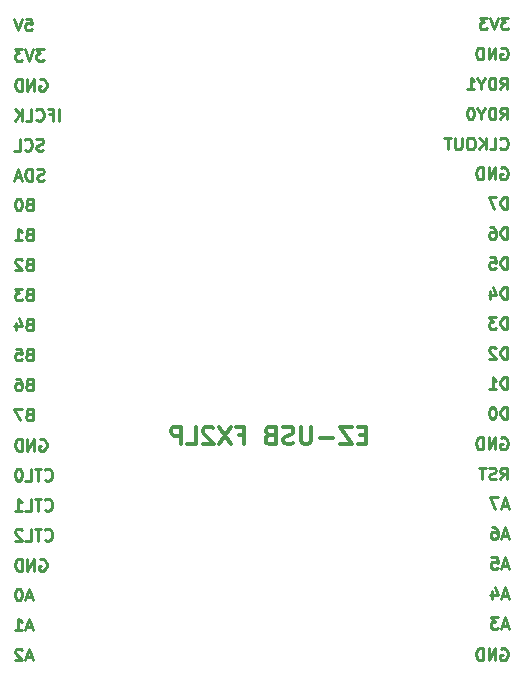
<source format=gbr>
%TF.GenerationSoftware,KiCad,Pcbnew,7.0.2-6a45011f42~172~ubuntu20.04.1*%
%TF.CreationDate,2023-04-23T15:23:27+07:00*%
%TF.ProjectId,EZ-USB-FX2LP-dev-board,455a2d55-5342-42d4-9658-324c502d6465,rev?*%
%TF.SameCoordinates,Original*%
%TF.FileFunction,Legend,Bot*%
%TF.FilePolarity,Positive*%
%FSLAX46Y46*%
G04 Gerber Fmt 4.6, Leading zero omitted, Abs format (unit mm)*
G04 Created by KiCad (PCBNEW 7.0.2-6a45011f42~172~ubuntu20.04.1) date 2023-04-23 15:23:27*
%MOMM*%
%LPD*%
G01*
G04 APERTURE LIST*
%ADD10C,0.300000*%
%ADD11C,0.250000*%
G04 APERTURE END LIST*
D10*
X151382457Y-110104914D02*
X150882457Y-110104914D01*
X150668171Y-110890628D02*
X151382457Y-110890628D01*
X151382457Y-110890628D02*
X151382457Y-109390628D01*
X151382457Y-109390628D02*
X150668171Y-109390628D01*
X150168171Y-109390628D02*
X149168171Y-109390628D01*
X149168171Y-109390628D02*
X150168171Y-110890628D01*
X150168171Y-110890628D02*
X149168171Y-110890628D01*
X148596743Y-110319200D02*
X147453886Y-110319200D01*
X146739600Y-109390628D02*
X146739600Y-110604914D01*
X146739600Y-110604914D02*
X146668171Y-110747771D01*
X146668171Y-110747771D02*
X146596743Y-110819200D01*
X146596743Y-110819200D02*
X146453885Y-110890628D01*
X146453885Y-110890628D02*
X146168171Y-110890628D01*
X146168171Y-110890628D02*
X146025314Y-110819200D01*
X146025314Y-110819200D02*
X145953885Y-110747771D01*
X145953885Y-110747771D02*
X145882457Y-110604914D01*
X145882457Y-110604914D02*
X145882457Y-109390628D01*
X145239599Y-110819200D02*
X145025314Y-110890628D01*
X145025314Y-110890628D02*
X144668171Y-110890628D01*
X144668171Y-110890628D02*
X144525314Y-110819200D01*
X144525314Y-110819200D02*
X144453885Y-110747771D01*
X144453885Y-110747771D02*
X144382456Y-110604914D01*
X144382456Y-110604914D02*
X144382456Y-110462057D01*
X144382456Y-110462057D02*
X144453885Y-110319200D01*
X144453885Y-110319200D02*
X144525314Y-110247771D01*
X144525314Y-110247771D02*
X144668171Y-110176342D01*
X144668171Y-110176342D02*
X144953885Y-110104914D01*
X144953885Y-110104914D02*
X145096742Y-110033485D01*
X145096742Y-110033485D02*
X145168171Y-109962057D01*
X145168171Y-109962057D02*
X145239599Y-109819200D01*
X145239599Y-109819200D02*
X145239599Y-109676342D01*
X145239599Y-109676342D02*
X145168171Y-109533485D01*
X145168171Y-109533485D02*
X145096742Y-109462057D01*
X145096742Y-109462057D02*
X144953885Y-109390628D01*
X144953885Y-109390628D02*
X144596742Y-109390628D01*
X144596742Y-109390628D02*
X144382456Y-109462057D01*
X143239600Y-110104914D02*
X143025314Y-110176342D01*
X143025314Y-110176342D02*
X142953885Y-110247771D01*
X142953885Y-110247771D02*
X142882457Y-110390628D01*
X142882457Y-110390628D02*
X142882457Y-110604914D01*
X142882457Y-110604914D02*
X142953885Y-110747771D01*
X142953885Y-110747771D02*
X143025314Y-110819200D01*
X143025314Y-110819200D02*
X143168171Y-110890628D01*
X143168171Y-110890628D02*
X143739600Y-110890628D01*
X143739600Y-110890628D02*
X143739600Y-109390628D01*
X143739600Y-109390628D02*
X143239600Y-109390628D01*
X143239600Y-109390628D02*
X143096743Y-109462057D01*
X143096743Y-109462057D02*
X143025314Y-109533485D01*
X143025314Y-109533485D02*
X142953885Y-109676342D01*
X142953885Y-109676342D02*
X142953885Y-109819200D01*
X142953885Y-109819200D02*
X143025314Y-109962057D01*
X143025314Y-109962057D02*
X143096743Y-110033485D01*
X143096743Y-110033485D02*
X143239600Y-110104914D01*
X143239600Y-110104914D02*
X143739600Y-110104914D01*
X140596743Y-110104914D02*
X141096743Y-110104914D01*
X141096743Y-110890628D02*
X141096743Y-109390628D01*
X141096743Y-109390628D02*
X140382457Y-109390628D01*
X139953886Y-109390628D02*
X138953886Y-110890628D01*
X138953886Y-109390628D02*
X139953886Y-110890628D01*
X138453886Y-109533485D02*
X138382458Y-109462057D01*
X138382458Y-109462057D02*
X138239601Y-109390628D01*
X138239601Y-109390628D02*
X137882458Y-109390628D01*
X137882458Y-109390628D02*
X137739601Y-109462057D01*
X137739601Y-109462057D02*
X137668172Y-109533485D01*
X137668172Y-109533485D02*
X137596743Y-109676342D01*
X137596743Y-109676342D02*
X137596743Y-109819200D01*
X137596743Y-109819200D02*
X137668172Y-110033485D01*
X137668172Y-110033485D02*
X138525315Y-110890628D01*
X138525315Y-110890628D02*
X137596743Y-110890628D01*
X136239601Y-110890628D02*
X136953887Y-110890628D01*
X136953887Y-110890628D02*
X136953887Y-109390628D01*
X135739601Y-110890628D02*
X135739601Y-109390628D01*
X135739601Y-109390628D02*
X135168172Y-109390628D01*
X135168172Y-109390628D02*
X135025315Y-109462057D01*
X135025315Y-109462057D02*
X134953886Y-109533485D01*
X134953886Y-109533485D02*
X134882458Y-109676342D01*
X134882458Y-109676342D02*
X134882458Y-109890628D01*
X134882458Y-109890628D02*
X134953886Y-110033485D01*
X134953886Y-110033485D02*
X135025315Y-110104914D01*
X135025315Y-110104914D02*
X135168172Y-110176342D01*
X135168172Y-110176342D02*
X135739601Y-110176342D01*
D11*
X123767113Y-110482038D02*
X123862351Y-110434419D01*
X123862351Y-110434419D02*
X124005208Y-110434419D01*
X124005208Y-110434419D02*
X124148065Y-110482038D01*
X124148065Y-110482038D02*
X124243303Y-110577276D01*
X124243303Y-110577276D02*
X124290922Y-110672514D01*
X124290922Y-110672514D02*
X124338541Y-110862990D01*
X124338541Y-110862990D02*
X124338541Y-111005847D01*
X124338541Y-111005847D02*
X124290922Y-111196323D01*
X124290922Y-111196323D02*
X124243303Y-111291561D01*
X124243303Y-111291561D02*
X124148065Y-111386800D01*
X124148065Y-111386800D02*
X124005208Y-111434419D01*
X124005208Y-111434419D02*
X123909970Y-111434419D01*
X123909970Y-111434419D02*
X123767113Y-111386800D01*
X123767113Y-111386800D02*
X123719494Y-111339180D01*
X123719494Y-111339180D02*
X123719494Y-111005847D01*
X123719494Y-111005847D02*
X123909970Y-111005847D01*
X123290922Y-111434419D02*
X123290922Y-110434419D01*
X123290922Y-110434419D02*
X122719494Y-111434419D01*
X122719494Y-111434419D02*
X122719494Y-110434419D01*
X122243303Y-111434419D02*
X122243303Y-110434419D01*
X122243303Y-110434419D02*
X122005208Y-110434419D01*
X122005208Y-110434419D02*
X121862351Y-110482038D01*
X121862351Y-110482038D02*
X121767113Y-110577276D01*
X121767113Y-110577276D02*
X121719494Y-110672514D01*
X121719494Y-110672514D02*
X121671875Y-110862990D01*
X121671875Y-110862990D02*
X121671875Y-111005847D01*
X121671875Y-111005847D02*
X121719494Y-111196323D01*
X121719494Y-111196323D02*
X121767113Y-111291561D01*
X121767113Y-111291561D02*
X121862351Y-111386800D01*
X121862351Y-111386800D02*
X122005208Y-111434419D01*
X122005208Y-111434419D02*
X122243303Y-111434419D01*
X163385523Y-121162804D02*
X162909333Y-121162804D01*
X163480761Y-121448519D02*
X163147428Y-120448519D01*
X163147428Y-120448519D02*
X162814095Y-121448519D01*
X162004571Y-120448519D02*
X162480761Y-120448519D01*
X162480761Y-120448519D02*
X162528380Y-120924709D01*
X162528380Y-120924709D02*
X162480761Y-120877090D01*
X162480761Y-120877090D02*
X162385523Y-120829471D01*
X162385523Y-120829471D02*
X162147428Y-120829471D01*
X162147428Y-120829471D02*
X162052190Y-120877090D01*
X162052190Y-120877090D02*
X162004571Y-120924709D01*
X162004571Y-120924709D02*
X161956952Y-121019947D01*
X161956952Y-121019947D02*
X161956952Y-121258042D01*
X161956952Y-121258042D02*
X162004571Y-121353280D01*
X162004571Y-121353280D02*
X162052190Y-121400900D01*
X162052190Y-121400900D02*
X162147428Y-121448519D01*
X162147428Y-121448519D02*
X162385523Y-121448519D01*
X162385523Y-121448519D02*
X162480761Y-121400900D01*
X162480761Y-121400900D02*
X162528380Y-121353280D01*
X123100446Y-123823304D02*
X122624256Y-123823304D01*
X123195684Y-124109019D02*
X122862351Y-123109019D01*
X122862351Y-123109019D02*
X122529018Y-124109019D01*
X122005208Y-123109019D02*
X121909970Y-123109019D01*
X121909970Y-123109019D02*
X121814732Y-123156638D01*
X121814732Y-123156638D02*
X121767113Y-123204257D01*
X121767113Y-123204257D02*
X121719494Y-123299495D01*
X121719494Y-123299495D02*
X121671875Y-123489971D01*
X121671875Y-123489971D02*
X121671875Y-123728066D01*
X121671875Y-123728066D02*
X121719494Y-123918542D01*
X121719494Y-123918542D02*
X121767113Y-124013780D01*
X121767113Y-124013780D02*
X121814732Y-124061400D01*
X121814732Y-124061400D02*
X121909970Y-124109019D01*
X121909970Y-124109019D02*
X122005208Y-124109019D01*
X122005208Y-124109019D02*
X122100446Y-124061400D01*
X122100446Y-124061400D02*
X122148065Y-124013780D01*
X122148065Y-124013780D02*
X122195684Y-123918542D01*
X122195684Y-123918542D02*
X122243303Y-123728066D01*
X122243303Y-123728066D02*
X122243303Y-123489971D01*
X122243303Y-123489971D02*
X122195684Y-123299495D01*
X122195684Y-123299495D02*
X122148065Y-123204257D01*
X122148065Y-123204257D02*
X122100446Y-123156638D01*
X122100446Y-123156638D02*
X122005208Y-123109019D01*
X162766476Y-85837580D02*
X162814095Y-85885200D01*
X162814095Y-85885200D02*
X162956952Y-85932819D01*
X162956952Y-85932819D02*
X163052190Y-85932819D01*
X163052190Y-85932819D02*
X163195047Y-85885200D01*
X163195047Y-85885200D02*
X163290285Y-85789961D01*
X163290285Y-85789961D02*
X163337904Y-85694723D01*
X163337904Y-85694723D02*
X163385523Y-85504247D01*
X163385523Y-85504247D02*
X163385523Y-85361390D01*
X163385523Y-85361390D02*
X163337904Y-85170914D01*
X163337904Y-85170914D02*
X163290285Y-85075676D01*
X163290285Y-85075676D02*
X163195047Y-84980438D01*
X163195047Y-84980438D02*
X163052190Y-84932819D01*
X163052190Y-84932819D02*
X162956952Y-84932819D01*
X162956952Y-84932819D02*
X162814095Y-84980438D01*
X162814095Y-84980438D02*
X162766476Y-85028057D01*
X161861714Y-85932819D02*
X162337904Y-85932819D01*
X162337904Y-85932819D02*
X162337904Y-84932819D01*
X161528380Y-85932819D02*
X161528380Y-84932819D01*
X160956952Y-85932819D02*
X161385523Y-85361390D01*
X160956952Y-84932819D02*
X161528380Y-85504247D01*
X160337904Y-84932819D02*
X160147428Y-84932819D01*
X160147428Y-84932819D02*
X160052190Y-84980438D01*
X160052190Y-84980438D02*
X159956952Y-85075676D01*
X159956952Y-85075676D02*
X159909333Y-85266152D01*
X159909333Y-85266152D02*
X159909333Y-85599485D01*
X159909333Y-85599485D02*
X159956952Y-85789961D01*
X159956952Y-85789961D02*
X160052190Y-85885200D01*
X160052190Y-85885200D02*
X160147428Y-85932819D01*
X160147428Y-85932819D02*
X160337904Y-85932819D01*
X160337904Y-85932819D02*
X160433142Y-85885200D01*
X160433142Y-85885200D02*
X160528380Y-85789961D01*
X160528380Y-85789961D02*
X160575999Y-85599485D01*
X160575999Y-85599485D02*
X160575999Y-85266152D01*
X160575999Y-85266152D02*
X160528380Y-85075676D01*
X160528380Y-85075676D02*
X160433142Y-84980438D01*
X160433142Y-84980438D02*
X160337904Y-84932819D01*
X159480761Y-84932819D02*
X159480761Y-85742342D01*
X159480761Y-85742342D02*
X159433142Y-85837580D01*
X159433142Y-85837580D02*
X159385523Y-85885200D01*
X159385523Y-85885200D02*
X159290285Y-85932819D01*
X159290285Y-85932819D02*
X159099809Y-85932819D01*
X159099809Y-85932819D02*
X159004571Y-85885200D01*
X159004571Y-85885200D02*
X158956952Y-85837580D01*
X158956952Y-85837580D02*
X158909333Y-85742342D01*
X158909333Y-85742342D02*
X158909333Y-84932819D01*
X158575999Y-84932819D02*
X158004571Y-84932819D01*
X158290285Y-85932819D02*
X158290285Y-84932819D01*
X123767113Y-120642038D02*
X123862351Y-120594419D01*
X123862351Y-120594419D02*
X124005208Y-120594419D01*
X124005208Y-120594419D02*
X124148065Y-120642038D01*
X124148065Y-120642038D02*
X124243303Y-120737276D01*
X124243303Y-120737276D02*
X124290922Y-120832514D01*
X124290922Y-120832514D02*
X124338541Y-121022990D01*
X124338541Y-121022990D02*
X124338541Y-121165847D01*
X124338541Y-121165847D02*
X124290922Y-121356323D01*
X124290922Y-121356323D02*
X124243303Y-121451561D01*
X124243303Y-121451561D02*
X124148065Y-121546800D01*
X124148065Y-121546800D02*
X124005208Y-121594419D01*
X124005208Y-121594419D02*
X123909970Y-121594419D01*
X123909970Y-121594419D02*
X123767113Y-121546800D01*
X123767113Y-121546800D02*
X123719494Y-121499180D01*
X123719494Y-121499180D02*
X123719494Y-121165847D01*
X123719494Y-121165847D02*
X123909970Y-121165847D01*
X123290922Y-121594419D02*
X123290922Y-120594419D01*
X123290922Y-120594419D02*
X122719494Y-121594419D01*
X122719494Y-121594419D02*
X122719494Y-120594419D01*
X122243303Y-121594419D02*
X122243303Y-120594419D01*
X122243303Y-120594419D02*
X122005208Y-120594419D01*
X122005208Y-120594419D02*
X121862351Y-120642038D01*
X121862351Y-120642038D02*
X121767113Y-120737276D01*
X121767113Y-120737276D02*
X121719494Y-120832514D01*
X121719494Y-120832514D02*
X121671875Y-121022990D01*
X121671875Y-121022990D02*
X121671875Y-121165847D01*
X121671875Y-121165847D02*
X121719494Y-121356323D01*
X121719494Y-121356323D02*
X121767113Y-121451561D01*
X121767113Y-121451561D02*
X121862351Y-121546800D01*
X121862351Y-121546800D02*
X122005208Y-121594419D01*
X122005208Y-121594419D02*
X122243303Y-121594419D01*
X125386160Y-83494419D02*
X125386160Y-82494419D01*
X124576637Y-82970609D02*
X124909970Y-82970609D01*
X124909970Y-83494419D02*
X124909970Y-82494419D01*
X124909970Y-82494419D02*
X124433780Y-82494419D01*
X123481399Y-83399180D02*
X123529018Y-83446800D01*
X123529018Y-83446800D02*
X123671875Y-83494419D01*
X123671875Y-83494419D02*
X123767113Y-83494419D01*
X123767113Y-83494419D02*
X123909970Y-83446800D01*
X123909970Y-83446800D02*
X124005208Y-83351561D01*
X124005208Y-83351561D02*
X124052827Y-83256323D01*
X124052827Y-83256323D02*
X124100446Y-83065847D01*
X124100446Y-83065847D02*
X124100446Y-82922990D01*
X124100446Y-82922990D02*
X124052827Y-82732514D01*
X124052827Y-82732514D02*
X124005208Y-82637276D01*
X124005208Y-82637276D02*
X123909970Y-82542038D01*
X123909970Y-82542038D02*
X123767113Y-82494419D01*
X123767113Y-82494419D02*
X123671875Y-82494419D01*
X123671875Y-82494419D02*
X123529018Y-82542038D01*
X123529018Y-82542038D02*
X123481399Y-82589657D01*
X122576637Y-83494419D02*
X123052827Y-83494419D01*
X123052827Y-83494419D02*
X123052827Y-82494419D01*
X122243303Y-83494419D02*
X122243303Y-82494419D01*
X121671875Y-83494419D02*
X122100446Y-82922990D01*
X121671875Y-82494419D02*
X122243303Y-83065847D01*
X124052827Y-85986800D02*
X123909970Y-86034419D01*
X123909970Y-86034419D02*
X123671875Y-86034419D01*
X123671875Y-86034419D02*
X123576637Y-85986800D01*
X123576637Y-85986800D02*
X123529018Y-85939180D01*
X123529018Y-85939180D02*
X123481399Y-85843942D01*
X123481399Y-85843942D02*
X123481399Y-85748704D01*
X123481399Y-85748704D02*
X123529018Y-85653466D01*
X123529018Y-85653466D02*
X123576637Y-85605847D01*
X123576637Y-85605847D02*
X123671875Y-85558228D01*
X123671875Y-85558228D02*
X123862351Y-85510609D01*
X123862351Y-85510609D02*
X123957589Y-85462990D01*
X123957589Y-85462990D02*
X124005208Y-85415371D01*
X124005208Y-85415371D02*
X124052827Y-85320133D01*
X124052827Y-85320133D02*
X124052827Y-85224895D01*
X124052827Y-85224895D02*
X124005208Y-85129657D01*
X124005208Y-85129657D02*
X123957589Y-85082038D01*
X123957589Y-85082038D02*
X123862351Y-85034419D01*
X123862351Y-85034419D02*
X123624256Y-85034419D01*
X123624256Y-85034419D02*
X123481399Y-85082038D01*
X122481399Y-85939180D02*
X122529018Y-85986800D01*
X122529018Y-85986800D02*
X122671875Y-86034419D01*
X122671875Y-86034419D02*
X122767113Y-86034419D01*
X122767113Y-86034419D02*
X122909970Y-85986800D01*
X122909970Y-85986800D02*
X123005208Y-85891561D01*
X123005208Y-85891561D02*
X123052827Y-85796323D01*
X123052827Y-85796323D02*
X123100446Y-85605847D01*
X123100446Y-85605847D02*
X123100446Y-85462990D01*
X123100446Y-85462990D02*
X123052827Y-85272514D01*
X123052827Y-85272514D02*
X123005208Y-85177276D01*
X123005208Y-85177276D02*
X122909970Y-85082038D01*
X122909970Y-85082038D02*
X122767113Y-85034419D01*
X122767113Y-85034419D02*
X122671875Y-85034419D01*
X122671875Y-85034419D02*
X122529018Y-85082038D01*
X122529018Y-85082038D02*
X122481399Y-85129657D01*
X121576637Y-86034419D02*
X122052827Y-86034419D01*
X122052827Y-86034419D02*
X122052827Y-85034419D01*
X123767113Y-80002038D02*
X123862351Y-79954419D01*
X123862351Y-79954419D02*
X124005208Y-79954419D01*
X124005208Y-79954419D02*
X124148065Y-80002038D01*
X124148065Y-80002038D02*
X124243303Y-80097276D01*
X124243303Y-80097276D02*
X124290922Y-80192514D01*
X124290922Y-80192514D02*
X124338541Y-80382990D01*
X124338541Y-80382990D02*
X124338541Y-80525847D01*
X124338541Y-80525847D02*
X124290922Y-80716323D01*
X124290922Y-80716323D02*
X124243303Y-80811561D01*
X124243303Y-80811561D02*
X124148065Y-80906800D01*
X124148065Y-80906800D02*
X124005208Y-80954419D01*
X124005208Y-80954419D02*
X123909970Y-80954419D01*
X123909970Y-80954419D02*
X123767113Y-80906800D01*
X123767113Y-80906800D02*
X123719494Y-80859180D01*
X123719494Y-80859180D02*
X123719494Y-80525847D01*
X123719494Y-80525847D02*
X123909970Y-80525847D01*
X123290922Y-80954419D02*
X123290922Y-79954419D01*
X123290922Y-79954419D02*
X122719494Y-80954419D01*
X122719494Y-80954419D02*
X122719494Y-79954419D01*
X122243303Y-80954419D02*
X122243303Y-79954419D01*
X122243303Y-79954419D02*
X122005208Y-79954419D01*
X122005208Y-79954419D02*
X121862351Y-80002038D01*
X121862351Y-80002038D02*
X121767113Y-80097276D01*
X121767113Y-80097276D02*
X121719494Y-80192514D01*
X121719494Y-80192514D02*
X121671875Y-80382990D01*
X121671875Y-80382990D02*
X121671875Y-80525847D01*
X121671875Y-80525847D02*
X121719494Y-80716323D01*
X121719494Y-80716323D02*
X121767113Y-80811561D01*
X121767113Y-80811561D02*
X121862351Y-80906800D01*
X121862351Y-80906800D02*
X122005208Y-80954419D01*
X122005208Y-80954419D02*
X122243303Y-80954419D01*
X122862351Y-93105209D02*
X122719494Y-93152828D01*
X122719494Y-93152828D02*
X122671875Y-93200447D01*
X122671875Y-93200447D02*
X122624256Y-93295685D01*
X122624256Y-93295685D02*
X122624256Y-93438542D01*
X122624256Y-93438542D02*
X122671875Y-93533780D01*
X122671875Y-93533780D02*
X122719494Y-93581400D01*
X122719494Y-93581400D02*
X122814732Y-93629019D01*
X122814732Y-93629019D02*
X123195684Y-93629019D01*
X123195684Y-93629019D02*
X123195684Y-92629019D01*
X123195684Y-92629019D02*
X122862351Y-92629019D01*
X122862351Y-92629019D02*
X122767113Y-92676638D01*
X122767113Y-92676638D02*
X122719494Y-92724257D01*
X122719494Y-92724257D02*
X122671875Y-92819495D01*
X122671875Y-92819495D02*
X122671875Y-92914733D01*
X122671875Y-92914733D02*
X122719494Y-93009971D01*
X122719494Y-93009971D02*
X122767113Y-93057590D01*
X122767113Y-93057590D02*
X122862351Y-93105209D01*
X122862351Y-93105209D02*
X123195684Y-93105209D01*
X121671875Y-93629019D02*
X122243303Y-93629019D01*
X121957589Y-93629019D02*
X121957589Y-92629019D01*
X121957589Y-92629019D02*
X122052827Y-92771876D01*
X122052827Y-92771876D02*
X122148065Y-92867114D01*
X122148065Y-92867114D02*
X122243303Y-92914733D01*
X122576637Y-74849019D02*
X123052827Y-74849019D01*
X123052827Y-74849019D02*
X123100446Y-75325209D01*
X123100446Y-75325209D02*
X123052827Y-75277590D01*
X123052827Y-75277590D02*
X122957589Y-75229971D01*
X122957589Y-75229971D02*
X122719494Y-75229971D01*
X122719494Y-75229971D02*
X122624256Y-75277590D01*
X122624256Y-75277590D02*
X122576637Y-75325209D01*
X122576637Y-75325209D02*
X122529018Y-75420447D01*
X122529018Y-75420447D02*
X122529018Y-75658542D01*
X122529018Y-75658542D02*
X122576637Y-75753780D01*
X122576637Y-75753780D02*
X122624256Y-75801400D01*
X122624256Y-75801400D02*
X122719494Y-75849019D01*
X122719494Y-75849019D02*
X122957589Y-75849019D01*
X122957589Y-75849019D02*
X123052827Y-75801400D01*
X123052827Y-75801400D02*
X123100446Y-75753780D01*
X122243303Y-74849019D02*
X121909970Y-75849019D01*
X121909970Y-75849019D02*
X121576637Y-74849019D01*
X162814095Y-128211238D02*
X162909333Y-128163619D01*
X162909333Y-128163619D02*
X163052190Y-128163619D01*
X163052190Y-128163619D02*
X163195047Y-128211238D01*
X163195047Y-128211238D02*
X163290285Y-128306476D01*
X163290285Y-128306476D02*
X163337904Y-128401714D01*
X163337904Y-128401714D02*
X163385523Y-128592190D01*
X163385523Y-128592190D02*
X163385523Y-128735047D01*
X163385523Y-128735047D02*
X163337904Y-128925523D01*
X163337904Y-128925523D02*
X163290285Y-129020761D01*
X163290285Y-129020761D02*
X163195047Y-129116000D01*
X163195047Y-129116000D02*
X163052190Y-129163619D01*
X163052190Y-129163619D02*
X162956952Y-129163619D01*
X162956952Y-129163619D02*
X162814095Y-129116000D01*
X162814095Y-129116000D02*
X162766476Y-129068380D01*
X162766476Y-129068380D02*
X162766476Y-128735047D01*
X162766476Y-128735047D02*
X162956952Y-128735047D01*
X162337904Y-129163619D02*
X162337904Y-128163619D01*
X162337904Y-128163619D02*
X161766476Y-129163619D01*
X161766476Y-129163619D02*
X161766476Y-128163619D01*
X161290285Y-129163619D02*
X161290285Y-128163619D01*
X161290285Y-128163619D02*
X161052190Y-128163619D01*
X161052190Y-128163619D02*
X160909333Y-128211238D01*
X160909333Y-128211238D02*
X160814095Y-128306476D01*
X160814095Y-128306476D02*
X160766476Y-128401714D01*
X160766476Y-128401714D02*
X160718857Y-128592190D01*
X160718857Y-128592190D02*
X160718857Y-128735047D01*
X160718857Y-128735047D02*
X160766476Y-128925523D01*
X160766476Y-128925523D02*
X160814095Y-129020761D01*
X160814095Y-129020761D02*
X160909333Y-129116000D01*
X160909333Y-129116000D02*
X161052190Y-129163619D01*
X161052190Y-129163619D02*
X161290285Y-129163619D01*
X123100446Y-126363304D02*
X122624256Y-126363304D01*
X123195684Y-126649019D02*
X122862351Y-125649019D01*
X122862351Y-125649019D02*
X122529018Y-126649019D01*
X121671875Y-126649019D02*
X122243303Y-126649019D01*
X121957589Y-126649019D02*
X121957589Y-125649019D01*
X121957589Y-125649019D02*
X122052827Y-125791876D01*
X122052827Y-125791876D02*
X122148065Y-125887114D01*
X122148065Y-125887114D02*
X122243303Y-125934733D01*
X163385523Y-123702804D02*
X162909333Y-123702804D01*
X163480761Y-123988519D02*
X163147428Y-122988519D01*
X163147428Y-122988519D02*
X162814095Y-123988519D01*
X162052190Y-123321852D02*
X162052190Y-123988519D01*
X162290285Y-122940900D02*
X162528380Y-123655185D01*
X162528380Y-123655185D02*
X161909333Y-123655185D01*
X163337904Y-106208519D02*
X163337904Y-105208519D01*
X163337904Y-105208519D02*
X163099809Y-105208519D01*
X163099809Y-105208519D02*
X162956952Y-105256138D01*
X162956952Y-105256138D02*
X162861714Y-105351376D01*
X162861714Y-105351376D02*
X162814095Y-105446614D01*
X162814095Y-105446614D02*
X162766476Y-105637090D01*
X162766476Y-105637090D02*
X162766476Y-105779947D01*
X162766476Y-105779947D02*
X162814095Y-105970423D01*
X162814095Y-105970423D02*
X162861714Y-106065661D01*
X162861714Y-106065661D02*
X162956952Y-106160900D01*
X162956952Y-106160900D02*
X163099809Y-106208519D01*
X163099809Y-106208519D02*
X163337904Y-106208519D01*
X161814095Y-106208519D02*
X162385523Y-106208519D01*
X162099809Y-106208519D02*
X162099809Y-105208519D01*
X162099809Y-105208519D02*
X162195047Y-105351376D01*
X162195047Y-105351376D02*
X162290285Y-105446614D01*
X162290285Y-105446614D02*
X162385523Y-105494233D01*
X163385523Y-116082804D02*
X162909333Y-116082804D01*
X163480761Y-116368519D02*
X163147428Y-115368519D01*
X163147428Y-115368519D02*
X162814095Y-116368519D01*
X162575999Y-115368519D02*
X161909333Y-115368519D01*
X161909333Y-115368519D02*
X162337904Y-116368519D01*
X162814095Y-77360438D02*
X162909333Y-77312819D01*
X162909333Y-77312819D02*
X163052190Y-77312819D01*
X163052190Y-77312819D02*
X163195047Y-77360438D01*
X163195047Y-77360438D02*
X163290285Y-77455676D01*
X163290285Y-77455676D02*
X163337904Y-77550914D01*
X163337904Y-77550914D02*
X163385523Y-77741390D01*
X163385523Y-77741390D02*
X163385523Y-77884247D01*
X163385523Y-77884247D02*
X163337904Y-78074723D01*
X163337904Y-78074723D02*
X163290285Y-78169961D01*
X163290285Y-78169961D02*
X163195047Y-78265200D01*
X163195047Y-78265200D02*
X163052190Y-78312819D01*
X163052190Y-78312819D02*
X162956952Y-78312819D01*
X162956952Y-78312819D02*
X162814095Y-78265200D01*
X162814095Y-78265200D02*
X162766476Y-78217580D01*
X162766476Y-78217580D02*
X162766476Y-77884247D01*
X162766476Y-77884247D02*
X162956952Y-77884247D01*
X162337904Y-78312819D02*
X162337904Y-77312819D01*
X162337904Y-77312819D02*
X161766476Y-78312819D01*
X161766476Y-78312819D02*
X161766476Y-77312819D01*
X161290285Y-78312819D02*
X161290285Y-77312819D01*
X161290285Y-77312819D02*
X161052190Y-77312819D01*
X161052190Y-77312819D02*
X160909333Y-77360438D01*
X160909333Y-77360438D02*
X160814095Y-77455676D01*
X160814095Y-77455676D02*
X160766476Y-77550914D01*
X160766476Y-77550914D02*
X160718857Y-77741390D01*
X160718857Y-77741390D02*
X160718857Y-77884247D01*
X160718857Y-77884247D02*
X160766476Y-78074723D01*
X160766476Y-78074723D02*
X160814095Y-78169961D01*
X160814095Y-78169961D02*
X160909333Y-78265200D01*
X160909333Y-78265200D02*
X161052190Y-78312819D01*
X161052190Y-78312819D02*
X161290285Y-78312819D01*
X163433142Y-74772819D02*
X162814095Y-74772819D01*
X162814095Y-74772819D02*
X163147428Y-75153771D01*
X163147428Y-75153771D02*
X163004571Y-75153771D01*
X163004571Y-75153771D02*
X162909333Y-75201390D01*
X162909333Y-75201390D02*
X162861714Y-75249009D01*
X162861714Y-75249009D02*
X162814095Y-75344247D01*
X162814095Y-75344247D02*
X162814095Y-75582342D01*
X162814095Y-75582342D02*
X162861714Y-75677580D01*
X162861714Y-75677580D02*
X162909333Y-75725200D01*
X162909333Y-75725200D02*
X163004571Y-75772819D01*
X163004571Y-75772819D02*
X163290285Y-75772819D01*
X163290285Y-75772819D02*
X163385523Y-75725200D01*
X163385523Y-75725200D02*
X163433142Y-75677580D01*
X162528380Y-74772819D02*
X162195047Y-75772819D01*
X162195047Y-75772819D02*
X161861714Y-74772819D01*
X161623618Y-74772819D02*
X161004571Y-74772819D01*
X161004571Y-74772819D02*
X161337904Y-75153771D01*
X161337904Y-75153771D02*
X161195047Y-75153771D01*
X161195047Y-75153771D02*
X161099809Y-75201390D01*
X161099809Y-75201390D02*
X161052190Y-75249009D01*
X161052190Y-75249009D02*
X161004571Y-75344247D01*
X161004571Y-75344247D02*
X161004571Y-75582342D01*
X161004571Y-75582342D02*
X161052190Y-75677580D01*
X161052190Y-75677580D02*
X161099809Y-75725200D01*
X161099809Y-75725200D02*
X161195047Y-75772819D01*
X161195047Y-75772819D02*
X161480761Y-75772819D01*
X161480761Y-75772819D02*
X161575999Y-75725200D01*
X161575999Y-75725200D02*
X161623618Y-75677580D01*
X162766476Y-80852819D02*
X163099809Y-80376628D01*
X163337904Y-80852819D02*
X163337904Y-79852819D01*
X163337904Y-79852819D02*
X162956952Y-79852819D01*
X162956952Y-79852819D02*
X162861714Y-79900438D01*
X162861714Y-79900438D02*
X162814095Y-79948057D01*
X162814095Y-79948057D02*
X162766476Y-80043295D01*
X162766476Y-80043295D02*
X162766476Y-80186152D01*
X162766476Y-80186152D02*
X162814095Y-80281390D01*
X162814095Y-80281390D02*
X162861714Y-80329009D01*
X162861714Y-80329009D02*
X162956952Y-80376628D01*
X162956952Y-80376628D02*
X163337904Y-80376628D01*
X162337904Y-80852819D02*
X162337904Y-79852819D01*
X162337904Y-79852819D02*
X162099809Y-79852819D01*
X162099809Y-79852819D02*
X161956952Y-79900438D01*
X161956952Y-79900438D02*
X161861714Y-79995676D01*
X161861714Y-79995676D02*
X161814095Y-80090914D01*
X161814095Y-80090914D02*
X161766476Y-80281390D01*
X161766476Y-80281390D02*
X161766476Y-80424247D01*
X161766476Y-80424247D02*
X161814095Y-80614723D01*
X161814095Y-80614723D02*
X161861714Y-80709961D01*
X161861714Y-80709961D02*
X161956952Y-80805200D01*
X161956952Y-80805200D02*
X162099809Y-80852819D01*
X162099809Y-80852819D02*
X162337904Y-80852819D01*
X161147428Y-80376628D02*
X161147428Y-80852819D01*
X161480761Y-79852819D02*
X161147428Y-80376628D01*
X161147428Y-80376628D02*
X160814095Y-79852819D01*
X159956952Y-80852819D02*
X160528380Y-80852819D01*
X160242666Y-80852819D02*
X160242666Y-79852819D01*
X160242666Y-79852819D02*
X160337904Y-79995676D01*
X160337904Y-79995676D02*
X160433142Y-80090914D01*
X160433142Y-80090914D02*
X160528380Y-80138533D01*
X163337904Y-98588519D02*
X163337904Y-97588519D01*
X163337904Y-97588519D02*
X163099809Y-97588519D01*
X163099809Y-97588519D02*
X162956952Y-97636138D01*
X162956952Y-97636138D02*
X162861714Y-97731376D01*
X162861714Y-97731376D02*
X162814095Y-97826614D01*
X162814095Y-97826614D02*
X162766476Y-98017090D01*
X162766476Y-98017090D02*
X162766476Y-98159947D01*
X162766476Y-98159947D02*
X162814095Y-98350423D01*
X162814095Y-98350423D02*
X162861714Y-98445661D01*
X162861714Y-98445661D02*
X162956952Y-98540900D01*
X162956952Y-98540900D02*
X163099809Y-98588519D01*
X163099809Y-98588519D02*
X163337904Y-98588519D01*
X161909333Y-97921852D02*
X161909333Y-98588519D01*
X162147428Y-97540900D02*
X162385523Y-98255185D01*
X162385523Y-98255185D02*
X161766476Y-98255185D01*
X162766476Y-83392819D02*
X163099809Y-82916628D01*
X163337904Y-83392819D02*
X163337904Y-82392819D01*
X163337904Y-82392819D02*
X162956952Y-82392819D01*
X162956952Y-82392819D02*
X162861714Y-82440438D01*
X162861714Y-82440438D02*
X162814095Y-82488057D01*
X162814095Y-82488057D02*
X162766476Y-82583295D01*
X162766476Y-82583295D02*
X162766476Y-82726152D01*
X162766476Y-82726152D02*
X162814095Y-82821390D01*
X162814095Y-82821390D02*
X162861714Y-82869009D01*
X162861714Y-82869009D02*
X162956952Y-82916628D01*
X162956952Y-82916628D02*
X163337904Y-82916628D01*
X162337904Y-83392819D02*
X162337904Y-82392819D01*
X162337904Y-82392819D02*
X162099809Y-82392819D01*
X162099809Y-82392819D02*
X161956952Y-82440438D01*
X161956952Y-82440438D02*
X161861714Y-82535676D01*
X161861714Y-82535676D02*
X161814095Y-82630914D01*
X161814095Y-82630914D02*
X161766476Y-82821390D01*
X161766476Y-82821390D02*
X161766476Y-82964247D01*
X161766476Y-82964247D02*
X161814095Y-83154723D01*
X161814095Y-83154723D02*
X161861714Y-83249961D01*
X161861714Y-83249961D02*
X161956952Y-83345200D01*
X161956952Y-83345200D02*
X162099809Y-83392819D01*
X162099809Y-83392819D02*
X162337904Y-83392819D01*
X161147428Y-82916628D02*
X161147428Y-83392819D01*
X161480761Y-82392819D02*
X161147428Y-82916628D01*
X161147428Y-82916628D02*
X160814095Y-82392819D01*
X160290285Y-82392819D02*
X160195047Y-82392819D01*
X160195047Y-82392819D02*
X160099809Y-82440438D01*
X160099809Y-82440438D02*
X160052190Y-82488057D01*
X160052190Y-82488057D02*
X160004571Y-82583295D01*
X160004571Y-82583295D02*
X159956952Y-82773771D01*
X159956952Y-82773771D02*
X159956952Y-83011866D01*
X159956952Y-83011866D02*
X160004571Y-83202342D01*
X160004571Y-83202342D02*
X160052190Y-83297580D01*
X160052190Y-83297580D02*
X160099809Y-83345200D01*
X160099809Y-83345200D02*
X160195047Y-83392819D01*
X160195047Y-83392819D02*
X160290285Y-83392819D01*
X160290285Y-83392819D02*
X160385523Y-83345200D01*
X160385523Y-83345200D02*
X160433142Y-83297580D01*
X160433142Y-83297580D02*
X160480761Y-83202342D01*
X160480761Y-83202342D02*
X160528380Y-83011866D01*
X160528380Y-83011866D02*
X160528380Y-82773771D01*
X160528380Y-82773771D02*
X160480761Y-82583295D01*
X160480761Y-82583295D02*
X160433142Y-82488057D01*
X160433142Y-82488057D02*
X160385523Y-82440438D01*
X160385523Y-82440438D02*
X160290285Y-82392819D01*
X122862351Y-105805209D02*
X122719494Y-105852828D01*
X122719494Y-105852828D02*
X122671875Y-105900447D01*
X122671875Y-105900447D02*
X122624256Y-105995685D01*
X122624256Y-105995685D02*
X122624256Y-106138542D01*
X122624256Y-106138542D02*
X122671875Y-106233780D01*
X122671875Y-106233780D02*
X122719494Y-106281400D01*
X122719494Y-106281400D02*
X122814732Y-106329019D01*
X122814732Y-106329019D02*
X123195684Y-106329019D01*
X123195684Y-106329019D02*
X123195684Y-105329019D01*
X123195684Y-105329019D02*
X122862351Y-105329019D01*
X122862351Y-105329019D02*
X122767113Y-105376638D01*
X122767113Y-105376638D02*
X122719494Y-105424257D01*
X122719494Y-105424257D02*
X122671875Y-105519495D01*
X122671875Y-105519495D02*
X122671875Y-105614733D01*
X122671875Y-105614733D02*
X122719494Y-105709971D01*
X122719494Y-105709971D02*
X122767113Y-105757590D01*
X122767113Y-105757590D02*
X122862351Y-105805209D01*
X122862351Y-105805209D02*
X123195684Y-105805209D01*
X121767113Y-105329019D02*
X121957589Y-105329019D01*
X121957589Y-105329019D02*
X122052827Y-105376638D01*
X122052827Y-105376638D02*
X122100446Y-105424257D01*
X122100446Y-105424257D02*
X122195684Y-105567114D01*
X122195684Y-105567114D02*
X122243303Y-105757590D01*
X122243303Y-105757590D02*
X122243303Y-106138542D01*
X122243303Y-106138542D02*
X122195684Y-106233780D01*
X122195684Y-106233780D02*
X122148065Y-106281400D01*
X122148065Y-106281400D02*
X122052827Y-106329019D01*
X122052827Y-106329019D02*
X121862351Y-106329019D01*
X121862351Y-106329019D02*
X121767113Y-106281400D01*
X121767113Y-106281400D02*
X121719494Y-106233780D01*
X121719494Y-106233780D02*
X121671875Y-106138542D01*
X121671875Y-106138542D02*
X121671875Y-105900447D01*
X121671875Y-105900447D02*
X121719494Y-105805209D01*
X121719494Y-105805209D02*
X121767113Y-105757590D01*
X121767113Y-105757590D02*
X121862351Y-105709971D01*
X121862351Y-105709971D02*
X122052827Y-105709971D01*
X122052827Y-105709971D02*
X122148065Y-105757590D01*
X122148065Y-105757590D02*
X122195684Y-105805209D01*
X122195684Y-105805209D02*
X122243303Y-105900447D01*
X124100446Y-77414419D02*
X123481399Y-77414419D01*
X123481399Y-77414419D02*
X123814732Y-77795371D01*
X123814732Y-77795371D02*
X123671875Y-77795371D01*
X123671875Y-77795371D02*
X123576637Y-77842990D01*
X123576637Y-77842990D02*
X123529018Y-77890609D01*
X123529018Y-77890609D02*
X123481399Y-77985847D01*
X123481399Y-77985847D02*
X123481399Y-78223942D01*
X123481399Y-78223942D02*
X123529018Y-78319180D01*
X123529018Y-78319180D02*
X123576637Y-78366800D01*
X123576637Y-78366800D02*
X123671875Y-78414419D01*
X123671875Y-78414419D02*
X123957589Y-78414419D01*
X123957589Y-78414419D02*
X124052827Y-78366800D01*
X124052827Y-78366800D02*
X124100446Y-78319180D01*
X123195684Y-77414419D02*
X122862351Y-78414419D01*
X122862351Y-78414419D02*
X122529018Y-77414419D01*
X122290922Y-77414419D02*
X121671875Y-77414419D01*
X121671875Y-77414419D02*
X122005208Y-77795371D01*
X122005208Y-77795371D02*
X121862351Y-77795371D01*
X121862351Y-77795371D02*
X121767113Y-77842990D01*
X121767113Y-77842990D02*
X121719494Y-77890609D01*
X121719494Y-77890609D02*
X121671875Y-77985847D01*
X121671875Y-77985847D02*
X121671875Y-78223942D01*
X121671875Y-78223942D02*
X121719494Y-78319180D01*
X121719494Y-78319180D02*
X121767113Y-78366800D01*
X121767113Y-78366800D02*
X121862351Y-78414419D01*
X121862351Y-78414419D02*
X122148065Y-78414419D01*
X122148065Y-78414419D02*
X122243303Y-78366800D01*
X122243303Y-78366800D02*
X122290922Y-78319180D01*
X162814095Y-110361538D02*
X162909333Y-110313919D01*
X162909333Y-110313919D02*
X163052190Y-110313919D01*
X163052190Y-110313919D02*
X163195047Y-110361538D01*
X163195047Y-110361538D02*
X163290285Y-110456776D01*
X163290285Y-110456776D02*
X163337904Y-110552014D01*
X163337904Y-110552014D02*
X163385523Y-110742490D01*
X163385523Y-110742490D02*
X163385523Y-110885347D01*
X163385523Y-110885347D02*
X163337904Y-111075823D01*
X163337904Y-111075823D02*
X163290285Y-111171061D01*
X163290285Y-111171061D02*
X163195047Y-111266300D01*
X163195047Y-111266300D02*
X163052190Y-111313919D01*
X163052190Y-111313919D02*
X162956952Y-111313919D01*
X162956952Y-111313919D02*
X162814095Y-111266300D01*
X162814095Y-111266300D02*
X162766476Y-111218680D01*
X162766476Y-111218680D02*
X162766476Y-110885347D01*
X162766476Y-110885347D02*
X162956952Y-110885347D01*
X162337904Y-111313919D02*
X162337904Y-110313919D01*
X162337904Y-110313919D02*
X161766476Y-111313919D01*
X161766476Y-111313919D02*
X161766476Y-110313919D01*
X161290285Y-111313919D02*
X161290285Y-110313919D01*
X161290285Y-110313919D02*
X161052190Y-110313919D01*
X161052190Y-110313919D02*
X160909333Y-110361538D01*
X160909333Y-110361538D02*
X160814095Y-110456776D01*
X160814095Y-110456776D02*
X160766476Y-110552014D01*
X160766476Y-110552014D02*
X160718857Y-110742490D01*
X160718857Y-110742490D02*
X160718857Y-110885347D01*
X160718857Y-110885347D02*
X160766476Y-111075823D01*
X160766476Y-111075823D02*
X160814095Y-111171061D01*
X160814095Y-111171061D02*
X160909333Y-111266300D01*
X160909333Y-111266300D02*
X161052190Y-111313919D01*
X161052190Y-111313919D02*
X161290285Y-111313919D01*
X163385523Y-118622804D02*
X162909333Y-118622804D01*
X163480761Y-118908519D02*
X163147428Y-117908519D01*
X163147428Y-117908519D02*
X162814095Y-118908519D01*
X162052190Y-117908519D02*
X162242666Y-117908519D01*
X162242666Y-117908519D02*
X162337904Y-117956138D01*
X162337904Y-117956138D02*
X162385523Y-118003757D01*
X162385523Y-118003757D02*
X162480761Y-118146614D01*
X162480761Y-118146614D02*
X162528380Y-118337090D01*
X162528380Y-118337090D02*
X162528380Y-118718042D01*
X162528380Y-118718042D02*
X162480761Y-118813280D01*
X162480761Y-118813280D02*
X162433142Y-118860900D01*
X162433142Y-118860900D02*
X162337904Y-118908519D01*
X162337904Y-118908519D02*
X162147428Y-118908519D01*
X162147428Y-118908519D02*
X162052190Y-118860900D01*
X162052190Y-118860900D02*
X162004571Y-118813280D01*
X162004571Y-118813280D02*
X161956952Y-118718042D01*
X161956952Y-118718042D02*
X161956952Y-118479947D01*
X161956952Y-118479947D02*
X162004571Y-118384709D01*
X162004571Y-118384709D02*
X162052190Y-118337090D01*
X162052190Y-118337090D02*
X162147428Y-118289471D01*
X162147428Y-118289471D02*
X162337904Y-118289471D01*
X162337904Y-118289471D02*
X162433142Y-118337090D01*
X162433142Y-118337090D02*
X162480761Y-118384709D01*
X162480761Y-118384709D02*
X162528380Y-118479947D01*
X163337904Y-93508519D02*
X163337904Y-92508519D01*
X163337904Y-92508519D02*
X163099809Y-92508519D01*
X163099809Y-92508519D02*
X162956952Y-92556138D01*
X162956952Y-92556138D02*
X162861714Y-92651376D01*
X162861714Y-92651376D02*
X162814095Y-92746614D01*
X162814095Y-92746614D02*
X162766476Y-92937090D01*
X162766476Y-92937090D02*
X162766476Y-93079947D01*
X162766476Y-93079947D02*
X162814095Y-93270423D01*
X162814095Y-93270423D02*
X162861714Y-93365661D01*
X162861714Y-93365661D02*
X162956952Y-93460900D01*
X162956952Y-93460900D02*
X163099809Y-93508519D01*
X163099809Y-93508519D02*
X163337904Y-93508519D01*
X161909333Y-92508519D02*
X162099809Y-92508519D01*
X162099809Y-92508519D02*
X162195047Y-92556138D01*
X162195047Y-92556138D02*
X162242666Y-92603757D01*
X162242666Y-92603757D02*
X162337904Y-92746614D01*
X162337904Y-92746614D02*
X162385523Y-92937090D01*
X162385523Y-92937090D02*
X162385523Y-93318042D01*
X162385523Y-93318042D02*
X162337904Y-93413280D01*
X162337904Y-93413280D02*
X162290285Y-93460900D01*
X162290285Y-93460900D02*
X162195047Y-93508519D01*
X162195047Y-93508519D02*
X162004571Y-93508519D01*
X162004571Y-93508519D02*
X161909333Y-93460900D01*
X161909333Y-93460900D02*
X161861714Y-93413280D01*
X161861714Y-93413280D02*
X161814095Y-93318042D01*
X161814095Y-93318042D02*
X161814095Y-93079947D01*
X161814095Y-93079947D02*
X161861714Y-92984709D01*
X161861714Y-92984709D02*
X161909333Y-92937090D01*
X161909333Y-92937090D02*
X162004571Y-92889471D01*
X162004571Y-92889471D02*
X162195047Y-92889471D01*
X162195047Y-92889471D02*
X162290285Y-92937090D01*
X162290285Y-92937090D02*
X162337904Y-92984709D01*
X162337904Y-92984709D02*
X162385523Y-93079947D01*
X122862351Y-100725209D02*
X122719494Y-100772828D01*
X122719494Y-100772828D02*
X122671875Y-100820447D01*
X122671875Y-100820447D02*
X122624256Y-100915685D01*
X122624256Y-100915685D02*
X122624256Y-101058542D01*
X122624256Y-101058542D02*
X122671875Y-101153780D01*
X122671875Y-101153780D02*
X122719494Y-101201400D01*
X122719494Y-101201400D02*
X122814732Y-101249019D01*
X122814732Y-101249019D02*
X123195684Y-101249019D01*
X123195684Y-101249019D02*
X123195684Y-100249019D01*
X123195684Y-100249019D02*
X122862351Y-100249019D01*
X122862351Y-100249019D02*
X122767113Y-100296638D01*
X122767113Y-100296638D02*
X122719494Y-100344257D01*
X122719494Y-100344257D02*
X122671875Y-100439495D01*
X122671875Y-100439495D02*
X122671875Y-100534733D01*
X122671875Y-100534733D02*
X122719494Y-100629971D01*
X122719494Y-100629971D02*
X122767113Y-100677590D01*
X122767113Y-100677590D02*
X122862351Y-100725209D01*
X122862351Y-100725209D02*
X123195684Y-100725209D01*
X121767113Y-100582352D02*
X121767113Y-101249019D01*
X122005208Y-100201400D02*
X122243303Y-100915685D01*
X122243303Y-100915685D02*
X121624256Y-100915685D01*
X163385523Y-126242804D02*
X162909333Y-126242804D01*
X163480761Y-126528519D02*
X163147428Y-125528519D01*
X163147428Y-125528519D02*
X162814095Y-126528519D01*
X162575999Y-125528519D02*
X161956952Y-125528519D01*
X161956952Y-125528519D02*
X162290285Y-125909471D01*
X162290285Y-125909471D02*
X162147428Y-125909471D01*
X162147428Y-125909471D02*
X162052190Y-125957090D01*
X162052190Y-125957090D02*
X162004571Y-126004709D01*
X162004571Y-126004709D02*
X161956952Y-126099947D01*
X161956952Y-126099947D02*
X161956952Y-126338042D01*
X161956952Y-126338042D02*
X162004571Y-126433280D01*
X162004571Y-126433280D02*
X162052190Y-126480900D01*
X162052190Y-126480900D02*
X162147428Y-126528519D01*
X162147428Y-126528519D02*
X162433142Y-126528519D01*
X162433142Y-126528519D02*
X162528380Y-126480900D01*
X162528380Y-126480900D02*
X162575999Y-126433280D01*
X124100446Y-88526800D02*
X123957589Y-88574419D01*
X123957589Y-88574419D02*
X123719494Y-88574419D01*
X123719494Y-88574419D02*
X123624256Y-88526800D01*
X123624256Y-88526800D02*
X123576637Y-88479180D01*
X123576637Y-88479180D02*
X123529018Y-88383942D01*
X123529018Y-88383942D02*
X123529018Y-88288704D01*
X123529018Y-88288704D02*
X123576637Y-88193466D01*
X123576637Y-88193466D02*
X123624256Y-88145847D01*
X123624256Y-88145847D02*
X123719494Y-88098228D01*
X123719494Y-88098228D02*
X123909970Y-88050609D01*
X123909970Y-88050609D02*
X124005208Y-88002990D01*
X124005208Y-88002990D02*
X124052827Y-87955371D01*
X124052827Y-87955371D02*
X124100446Y-87860133D01*
X124100446Y-87860133D02*
X124100446Y-87764895D01*
X124100446Y-87764895D02*
X124052827Y-87669657D01*
X124052827Y-87669657D02*
X124005208Y-87622038D01*
X124005208Y-87622038D02*
X123909970Y-87574419D01*
X123909970Y-87574419D02*
X123671875Y-87574419D01*
X123671875Y-87574419D02*
X123529018Y-87622038D01*
X123100446Y-88574419D02*
X123100446Y-87574419D01*
X123100446Y-87574419D02*
X122862351Y-87574419D01*
X122862351Y-87574419D02*
X122719494Y-87622038D01*
X122719494Y-87622038D02*
X122624256Y-87717276D01*
X122624256Y-87717276D02*
X122576637Y-87812514D01*
X122576637Y-87812514D02*
X122529018Y-88002990D01*
X122529018Y-88002990D02*
X122529018Y-88145847D01*
X122529018Y-88145847D02*
X122576637Y-88336323D01*
X122576637Y-88336323D02*
X122624256Y-88431561D01*
X122624256Y-88431561D02*
X122719494Y-88526800D01*
X122719494Y-88526800D02*
X122862351Y-88574419D01*
X122862351Y-88574419D02*
X123100446Y-88574419D01*
X122148065Y-88288704D02*
X121671875Y-88288704D01*
X122243303Y-88574419D02*
X121909970Y-87574419D01*
X121909970Y-87574419D02*
X121576637Y-88574419D01*
X162766476Y-113872819D02*
X163099809Y-113396628D01*
X163337904Y-113872819D02*
X163337904Y-112872819D01*
X163337904Y-112872819D02*
X162956952Y-112872819D01*
X162956952Y-112872819D02*
X162861714Y-112920438D01*
X162861714Y-112920438D02*
X162814095Y-112968057D01*
X162814095Y-112968057D02*
X162766476Y-113063295D01*
X162766476Y-113063295D02*
X162766476Y-113206152D01*
X162766476Y-113206152D02*
X162814095Y-113301390D01*
X162814095Y-113301390D02*
X162861714Y-113349009D01*
X162861714Y-113349009D02*
X162956952Y-113396628D01*
X162956952Y-113396628D02*
X163337904Y-113396628D01*
X162385523Y-113825200D02*
X162242666Y-113872819D01*
X162242666Y-113872819D02*
X162004571Y-113872819D01*
X162004571Y-113872819D02*
X161909333Y-113825200D01*
X161909333Y-113825200D02*
X161861714Y-113777580D01*
X161861714Y-113777580D02*
X161814095Y-113682342D01*
X161814095Y-113682342D02*
X161814095Y-113587104D01*
X161814095Y-113587104D02*
X161861714Y-113491866D01*
X161861714Y-113491866D02*
X161909333Y-113444247D01*
X161909333Y-113444247D02*
X162004571Y-113396628D01*
X162004571Y-113396628D02*
X162195047Y-113349009D01*
X162195047Y-113349009D02*
X162290285Y-113301390D01*
X162290285Y-113301390D02*
X162337904Y-113253771D01*
X162337904Y-113253771D02*
X162385523Y-113158533D01*
X162385523Y-113158533D02*
X162385523Y-113063295D01*
X162385523Y-113063295D02*
X162337904Y-112968057D01*
X162337904Y-112968057D02*
X162290285Y-112920438D01*
X162290285Y-112920438D02*
X162195047Y-112872819D01*
X162195047Y-112872819D02*
X161956952Y-112872819D01*
X161956952Y-112872819D02*
X161814095Y-112920438D01*
X161528380Y-112872819D02*
X160956952Y-112872819D01*
X161242666Y-113872819D02*
X161242666Y-112872819D01*
X163337904Y-108748519D02*
X163337904Y-107748519D01*
X163337904Y-107748519D02*
X163099809Y-107748519D01*
X163099809Y-107748519D02*
X162956952Y-107796138D01*
X162956952Y-107796138D02*
X162861714Y-107891376D01*
X162861714Y-107891376D02*
X162814095Y-107986614D01*
X162814095Y-107986614D02*
X162766476Y-108177090D01*
X162766476Y-108177090D02*
X162766476Y-108319947D01*
X162766476Y-108319947D02*
X162814095Y-108510423D01*
X162814095Y-108510423D02*
X162861714Y-108605661D01*
X162861714Y-108605661D02*
X162956952Y-108700900D01*
X162956952Y-108700900D02*
X163099809Y-108748519D01*
X163099809Y-108748519D02*
X163337904Y-108748519D01*
X162147428Y-107748519D02*
X162052190Y-107748519D01*
X162052190Y-107748519D02*
X161956952Y-107796138D01*
X161956952Y-107796138D02*
X161909333Y-107843757D01*
X161909333Y-107843757D02*
X161861714Y-107938995D01*
X161861714Y-107938995D02*
X161814095Y-108129471D01*
X161814095Y-108129471D02*
X161814095Y-108367566D01*
X161814095Y-108367566D02*
X161861714Y-108558042D01*
X161861714Y-108558042D02*
X161909333Y-108653280D01*
X161909333Y-108653280D02*
X161956952Y-108700900D01*
X161956952Y-108700900D02*
X162052190Y-108748519D01*
X162052190Y-108748519D02*
X162147428Y-108748519D01*
X162147428Y-108748519D02*
X162242666Y-108700900D01*
X162242666Y-108700900D02*
X162290285Y-108653280D01*
X162290285Y-108653280D02*
X162337904Y-108558042D01*
X162337904Y-108558042D02*
X162385523Y-108367566D01*
X162385523Y-108367566D02*
X162385523Y-108129471D01*
X162385523Y-108129471D02*
X162337904Y-107938995D01*
X162337904Y-107938995D02*
X162290285Y-107843757D01*
X162290285Y-107843757D02*
X162242666Y-107796138D01*
X162242666Y-107796138D02*
X162147428Y-107748519D01*
X163337904Y-101128519D02*
X163337904Y-100128519D01*
X163337904Y-100128519D02*
X163099809Y-100128519D01*
X163099809Y-100128519D02*
X162956952Y-100176138D01*
X162956952Y-100176138D02*
X162861714Y-100271376D01*
X162861714Y-100271376D02*
X162814095Y-100366614D01*
X162814095Y-100366614D02*
X162766476Y-100557090D01*
X162766476Y-100557090D02*
X162766476Y-100699947D01*
X162766476Y-100699947D02*
X162814095Y-100890423D01*
X162814095Y-100890423D02*
X162861714Y-100985661D01*
X162861714Y-100985661D02*
X162956952Y-101080900D01*
X162956952Y-101080900D02*
X163099809Y-101128519D01*
X163099809Y-101128519D02*
X163337904Y-101128519D01*
X162433142Y-100128519D02*
X161814095Y-100128519D01*
X161814095Y-100128519D02*
X162147428Y-100509471D01*
X162147428Y-100509471D02*
X162004571Y-100509471D01*
X162004571Y-100509471D02*
X161909333Y-100557090D01*
X161909333Y-100557090D02*
X161861714Y-100604709D01*
X161861714Y-100604709D02*
X161814095Y-100699947D01*
X161814095Y-100699947D02*
X161814095Y-100938042D01*
X161814095Y-100938042D02*
X161861714Y-101033280D01*
X161861714Y-101033280D02*
X161909333Y-101080900D01*
X161909333Y-101080900D02*
X162004571Y-101128519D01*
X162004571Y-101128519D02*
X162290285Y-101128519D01*
X162290285Y-101128519D02*
X162385523Y-101080900D01*
X162385523Y-101080900D02*
X162433142Y-101033280D01*
X122862351Y-98185209D02*
X122719494Y-98232828D01*
X122719494Y-98232828D02*
X122671875Y-98280447D01*
X122671875Y-98280447D02*
X122624256Y-98375685D01*
X122624256Y-98375685D02*
X122624256Y-98518542D01*
X122624256Y-98518542D02*
X122671875Y-98613780D01*
X122671875Y-98613780D02*
X122719494Y-98661400D01*
X122719494Y-98661400D02*
X122814732Y-98709019D01*
X122814732Y-98709019D02*
X123195684Y-98709019D01*
X123195684Y-98709019D02*
X123195684Y-97709019D01*
X123195684Y-97709019D02*
X122862351Y-97709019D01*
X122862351Y-97709019D02*
X122767113Y-97756638D01*
X122767113Y-97756638D02*
X122719494Y-97804257D01*
X122719494Y-97804257D02*
X122671875Y-97899495D01*
X122671875Y-97899495D02*
X122671875Y-97994733D01*
X122671875Y-97994733D02*
X122719494Y-98089971D01*
X122719494Y-98089971D02*
X122767113Y-98137590D01*
X122767113Y-98137590D02*
X122862351Y-98185209D01*
X122862351Y-98185209D02*
X123195684Y-98185209D01*
X122290922Y-97709019D02*
X121671875Y-97709019D01*
X121671875Y-97709019D02*
X122005208Y-98089971D01*
X122005208Y-98089971D02*
X121862351Y-98089971D01*
X121862351Y-98089971D02*
X121767113Y-98137590D01*
X121767113Y-98137590D02*
X121719494Y-98185209D01*
X121719494Y-98185209D02*
X121671875Y-98280447D01*
X121671875Y-98280447D02*
X121671875Y-98518542D01*
X121671875Y-98518542D02*
X121719494Y-98613780D01*
X121719494Y-98613780D02*
X121767113Y-98661400D01*
X121767113Y-98661400D02*
X121862351Y-98709019D01*
X121862351Y-98709019D02*
X122148065Y-98709019D01*
X122148065Y-98709019D02*
X122243303Y-98661400D01*
X122243303Y-98661400D02*
X122290922Y-98613780D01*
X124195685Y-118959180D02*
X124243304Y-119006800D01*
X124243304Y-119006800D02*
X124386161Y-119054419D01*
X124386161Y-119054419D02*
X124481399Y-119054419D01*
X124481399Y-119054419D02*
X124624256Y-119006800D01*
X124624256Y-119006800D02*
X124719494Y-118911561D01*
X124719494Y-118911561D02*
X124767113Y-118816323D01*
X124767113Y-118816323D02*
X124814732Y-118625847D01*
X124814732Y-118625847D02*
X124814732Y-118482990D01*
X124814732Y-118482990D02*
X124767113Y-118292514D01*
X124767113Y-118292514D02*
X124719494Y-118197276D01*
X124719494Y-118197276D02*
X124624256Y-118102038D01*
X124624256Y-118102038D02*
X124481399Y-118054419D01*
X124481399Y-118054419D02*
X124386161Y-118054419D01*
X124386161Y-118054419D02*
X124243304Y-118102038D01*
X124243304Y-118102038D02*
X124195685Y-118149657D01*
X123909970Y-118054419D02*
X123338542Y-118054419D01*
X123624256Y-119054419D02*
X123624256Y-118054419D01*
X122529018Y-119054419D02*
X123005208Y-119054419D01*
X123005208Y-119054419D02*
X123005208Y-118054419D01*
X122243303Y-118149657D02*
X122195684Y-118102038D01*
X122195684Y-118102038D02*
X122100446Y-118054419D01*
X122100446Y-118054419D02*
X121862351Y-118054419D01*
X121862351Y-118054419D02*
X121767113Y-118102038D01*
X121767113Y-118102038D02*
X121719494Y-118149657D01*
X121719494Y-118149657D02*
X121671875Y-118244895D01*
X121671875Y-118244895D02*
X121671875Y-118340133D01*
X121671875Y-118340133D02*
X121719494Y-118482990D01*
X121719494Y-118482990D02*
X122290922Y-119054419D01*
X122290922Y-119054419D02*
X121671875Y-119054419D01*
X163337904Y-103668519D02*
X163337904Y-102668519D01*
X163337904Y-102668519D02*
X163099809Y-102668519D01*
X163099809Y-102668519D02*
X162956952Y-102716138D01*
X162956952Y-102716138D02*
X162861714Y-102811376D01*
X162861714Y-102811376D02*
X162814095Y-102906614D01*
X162814095Y-102906614D02*
X162766476Y-103097090D01*
X162766476Y-103097090D02*
X162766476Y-103239947D01*
X162766476Y-103239947D02*
X162814095Y-103430423D01*
X162814095Y-103430423D02*
X162861714Y-103525661D01*
X162861714Y-103525661D02*
X162956952Y-103620900D01*
X162956952Y-103620900D02*
X163099809Y-103668519D01*
X163099809Y-103668519D02*
X163337904Y-103668519D01*
X162385523Y-102763757D02*
X162337904Y-102716138D01*
X162337904Y-102716138D02*
X162242666Y-102668519D01*
X162242666Y-102668519D02*
X162004571Y-102668519D01*
X162004571Y-102668519D02*
X161909333Y-102716138D01*
X161909333Y-102716138D02*
X161861714Y-102763757D01*
X161861714Y-102763757D02*
X161814095Y-102858995D01*
X161814095Y-102858995D02*
X161814095Y-102954233D01*
X161814095Y-102954233D02*
X161861714Y-103097090D01*
X161861714Y-103097090D02*
X162433142Y-103668519D01*
X162433142Y-103668519D02*
X161814095Y-103668519D01*
X162814095Y-87501538D02*
X162909333Y-87453919D01*
X162909333Y-87453919D02*
X163052190Y-87453919D01*
X163052190Y-87453919D02*
X163195047Y-87501538D01*
X163195047Y-87501538D02*
X163290285Y-87596776D01*
X163290285Y-87596776D02*
X163337904Y-87692014D01*
X163337904Y-87692014D02*
X163385523Y-87882490D01*
X163385523Y-87882490D02*
X163385523Y-88025347D01*
X163385523Y-88025347D02*
X163337904Y-88215823D01*
X163337904Y-88215823D02*
X163290285Y-88311061D01*
X163290285Y-88311061D02*
X163195047Y-88406300D01*
X163195047Y-88406300D02*
X163052190Y-88453919D01*
X163052190Y-88453919D02*
X162956952Y-88453919D01*
X162956952Y-88453919D02*
X162814095Y-88406300D01*
X162814095Y-88406300D02*
X162766476Y-88358680D01*
X162766476Y-88358680D02*
X162766476Y-88025347D01*
X162766476Y-88025347D02*
X162956952Y-88025347D01*
X162337904Y-88453919D02*
X162337904Y-87453919D01*
X162337904Y-87453919D02*
X161766476Y-88453919D01*
X161766476Y-88453919D02*
X161766476Y-87453919D01*
X161290285Y-88453919D02*
X161290285Y-87453919D01*
X161290285Y-87453919D02*
X161052190Y-87453919D01*
X161052190Y-87453919D02*
X160909333Y-87501538D01*
X160909333Y-87501538D02*
X160814095Y-87596776D01*
X160814095Y-87596776D02*
X160766476Y-87692014D01*
X160766476Y-87692014D02*
X160718857Y-87882490D01*
X160718857Y-87882490D02*
X160718857Y-88025347D01*
X160718857Y-88025347D02*
X160766476Y-88215823D01*
X160766476Y-88215823D02*
X160814095Y-88311061D01*
X160814095Y-88311061D02*
X160909333Y-88406300D01*
X160909333Y-88406300D02*
X161052190Y-88453919D01*
X161052190Y-88453919D02*
X161290285Y-88453919D01*
X122862351Y-108345209D02*
X122719494Y-108392828D01*
X122719494Y-108392828D02*
X122671875Y-108440447D01*
X122671875Y-108440447D02*
X122624256Y-108535685D01*
X122624256Y-108535685D02*
X122624256Y-108678542D01*
X122624256Y-108678542D02*
X122671875Y-108773780D01*
X122671875Y-108773780D02*
X122719494Y-108821400D01*
X122719494Y-108821400D02*
X122814732Y-108869019D01*
X122814732Y-108869019D02*
X123195684Y-108869019D01*
X123195684Y-108869019D02*
X123195684Y-107869019D01*
X123195684Y-107869019D02*
X122862351Y-107869019D01*
X122862351Y-107869019D02*
X122767113Y-107916638D01*
X122767113Y-107916638D02*
X122719494Y-107964257D01*
X122719494Y-107964257D02*
X122671875Y-108059495D01*
X122671875Y-108059495D02*
X122671875Y-108154733D01*
X122671875Y-108154733D02*
X122719494Y-108249971D01*
X122719494Y-108249971D02*
X122767113Y-108297590D01*
X122767113Y-108297590D02*
X122862351Y-108345209D01*
X122862351Y-108345209D02*
X123195684Y-108345209D01*
X122290922Y-107869019D02*
X121624256Y-107869019D01*
X121624256Y-107869019D02*
X122052827Y-108869019D01*
X124195685Y-116419180D02*
X124243304Y-116466800D01*
X124243304Y-116466800D02*
X124386161Y-116514419D01*
X124386161Y-116514419D02*
X124481399Y-116514419D01*
X124481399Y-116514419D02*
X124624256Y-116466800D01*
X124624256Y-116466800D02*
X124719494Y-116371561D01*
X124719494Y-116371561D02*
X124767113Y-116276323D01*
X124767113Y-116276323D02*
X124814732Y-116085847D01*
X124814732Y-116085847D02*
X124814732Y-115942990D01*
X124814732Y-115942990D02*
X124767113Y-115752514D01*
X124767113Y-115752514D02*
X124719494Y-115657276D01*
X124719494Y-115657276D02*
X124624256Y-115562038D01*
X124624256Y-115562038D02*
X124481399Y-115514419D01*
X124481399Y-115514419D02*
X124386161Y-115514419D01*
X124386161Y-115514419D02*
X124243304Y-115562038D01*
X124243304Y-115562038D02*
X124195685Y-115609657D01*
X123909970Y-115514419D02*
X123338542Y-115514419D01*
X123624256Y-116514419D02*
X123624256Y-115514419D01*
X122529018Y-116514419D02*
X123005208Y-116514419D01*
X123005208Y-116514419D02*
X123005208Y-115514419D01*
X121671875Y-116514419D02*
X122243303Y-116514419D01*
X121957589Y-116514419D02*
X121957589Y-115514419D01*
X121957589Y-115514419D02*
X122052827Y-115657276D01*
X122052827Y-115657276D02*
X122148065Y-115752514D01*
X122148065Y-115752514D02*
X122243303Y-115800133D01*
X122862351Y-103265209D02*
X122719494Y-103312828D01*
X122719494Y-103312828D02*
X122671875Y-103360447D01*
X122671875Y-103360447D02*
X122624256Y-103455685D01*
X122624256Y-103455685D02*
X122624256Y-103598542D01*
X122624256Y-103598542D02*
X122671875Y-103693780D01*
X122671875Y-103693780D02*
X122719494Y-103741400D01*
X122719494Y-103741400D02*
X122814732Y-103789019D01*
X122814732Y-103789019D02*
X123195684Y-103789019D01*
X123195684Y-103789019D02*
X123195684Y-102789019D01*
X123195684Y-102789019D02*
X122862351Y-102789019D01*
X122862351Y-102789019D02*
X122767113Y-102836638D01*
X122767113Y-102836638D02*
X122719494Y-102884257D01*
X122719494Y-102884257D02*
X122671875Y-102979495D01*
X122671875Y-102979495D02*
X122671875Y-103074733D01*
X122671875Y-103074733D02*
X122719494Y-103169971D01*
X122719494Y-103169971D02*
X122767113Y-103217590D01*
X122767113Y-103217590D02*
X122862351Y-103265209D01*
X122862351Y-103265209D02*
X123195684Y-103265209D01*
X121719494Y-102789019D02*
X122195684Y-102789019D01*
X122195684Y-102789019D02*
X122243303Y-103265209D01*
X122243303Y-103265209D02*
X122195684Y-103217590D01*
X122195684Y-103217590D02*
X122100446Y-103169971D01*
X122100446Y-103169971D02*
X121862351Y-103169971D01*
X121862351Y-103169971D02*
X121767113Y-103217590D01*
X121767113Y-103217590D02*
X121719494Y-103265209D01*
X121719494Y-103265209D02*
X121671875Y-103360447D01*
X121671875Y-103360447D02*
X121671875Y-103598542D01*
X121671875Y-103598542D02*
X121719494Y-103693780D01*
X121719494Y-103693780D02*
X121767113Y-103741400D01*
X121767113Y-103741400D02*
X121862351Y-103789019D01*
X121862351Y-103789019D02*
X122100446Y-103789019D01*
X122100446Y-103789019D02*
X122195684Y-103741400D01*
X122195684Y-103741400D02*
X122243303Y-103693780D01*
X122862351Y-90565209D02*
X122719494Y-90612828D01*
X122719494Y-90612828D02*
X122671875Y-90660447D01*
X122671875Y-90660447D02*
X122624256Y-90755685D01*
X122624256Y-90755685D02*
X122624256Y-90898542D01*
X122624256Y-90898542D02*
X122671875Y-90993780D01*
X122671875Y-90993780D02*
X122719494Y-91041400D01*
X122719494Y-91041400D02*
X122814732Y-91089019D01*
X122814732Y-91089019D02*
X123195684Y-91089019D01*
X123195684Y-91089019D02*
X123195684Y-90089019D01*
X123195684Y-90089019D02*
X122862351Y-90089019D01*
X122862351Y-90089019D02*
X122767113Y-90136638D01*
X122767113Y-90136638D02*
X122719494Y-90184257D01*
X122719494Y-90184257D02*
X122671875Y-90279495D01*
X122671875Y-90279495D02*
X122671875Y-90374733D01*
X122671875Y-90374733D02*
X122719494Y-90469971D01*
X122719494Y-90469971D02*
X122767113Y-90517590D01*
X122767113Y-90517590D02*
X122862351Y-90565209D01*
X122862351Y-90565209D02*
X123195684Y-90565209D01*
X122005208Y-90089019D02*
X121909970Y-90089019D01*
X121909970Y-90089019D02*
X121814732Y-90136638D01*
X121814732Y-90136638D02*
X121767113Y-90184257D01*
X121767113Y-90184257D02*
X121719494Y-90279495D01*
X121719494Y-90279495D02*
X121671875Y-90469971D01*
X121671875Y-90469971D02*
X121671875Y-90708066D01*
X121671875Y-90708066D02*
X121719494Y-90898542D01*
X121719494Y-90898542D02*
X121767113Y-90993780D01*
X121767113Y-90993780D02*
X121814732Y-91041400D01*
X121814732Y-91041400D02*
X121909970Y-91089019D01*
X121909970Y-91089019D02*
X122005208Y-91089019D01*
X122005208Y-91089019D02*
X122100446Y-91041400D01*
X122100446Y-91041400D02*
X122148065Y-90993780D01*
X122148065Y-90993780D02*
X122195684Y-90898542D01*
X122195684Y-90898542D02*
X122243303Y-90708066D01*
X122243303Y-90708066D02*
X122243303Y-90469971D01*
X122243303Y-90469971D02*
X122195684Y-90279495D01*
X122195684Y-90279495D02*
X122148065Y-90184257D01*
X122148065Y-90184257D02*
X122100446Y-90136638D01*
X122100446Y-90136638D02*
X122005208Y-90089019D01*
X122862351Y-95645209D02*
X122719494Y-95692828D01*
X122719494Y-95692828D02*
X122671875Y-95740447D01*
X122671875Y-95740447D02*
X122624256Y-95835685D01*
X122624256Y-95835685D02*
X122624256Y-95978542D01*
X122624256Y-95978542D02*
X122671875Y-96073780D01*
X122671875Y-96073780D02*
X122719494Y-96121400D01*
X122719494Y-96121400D02*
X122814732Y-96169019D01*
X122814732Y-96169019D02*
X123195684Y-96169019D01*
X123195684Y-96169019D02*
X123195684Y-95169019D01*
X123195684Y-95169019D02*
X122862351Y-95169019D01*
X122862351Y-95169019D02*
X122767113Y-95216638D01*
X122767113Y-95216638D02*
X122719494Y-95264257D01*
X122719494Y-95264257D02*
X122671875Y-95359495D01*
X122671875Y-95359495D02*
X122671875Y-95454733D01*
X122671875Y-95454733D02*
X122719494Y-95549971D01*
X122719494Y-95549971D02*
X122767113Y-95597590D01*
X122767113Y-95597590D02*
X122862351Y-95645209D01*
X122862351Y-95645209D02*
X123195684Y-95645209D01*
X122243303Y-95264257D02*
X122195684Y-95216638D01*
X122195684Y-95216638D02*
X122100446Y-95169019D01*
X122100446Y-95169019D02*
X121862351Y-95169019D01*
X121862351Y-95169019D02*
X121767113Y-95216638D01*
X121767113Y-95216638D02*
X121719494Y-95264257D01*
X121719494Y-95264257D02*
X121671875Y-95359495D01*
X121671875Y-95359495D02*
X121671875Y-95454733D01*
X121671875Y-95454733D02*
X121719494Y-95597590D01*
X121719494Y-95597590D02*
X122290922Y-96169019D01*
X122290922Y-96169019D02*
X121671875Y-96169019D01*
X124195685Y-113879180D02*
X124243304Y-113926800D01*
X124243304Y-113926800D02*
X124386161Y-113974419D01*
X124386161Y-113974419D02*
X124481399Y-113974419D01*
X124481399Y-113974419D02*
X124624256Y-113926800D01*
X124624256Y-113926800D02*
X124719494Y-113831561D01*
X124719494Y-113831561D02*
X124767113Y-113736323D01*
X124767113Y-113736323D02*
X124814732Y-113545847D01*
X124814732Y-113545847D02*
X124814732Y-113402990D01*
X124814732Y-113402990D02*
X124767113Y-113212514D01*
X124767113Y-113212514D02*
X124719494Y-113117276D01*
X124719494Y-113117276D02*
X124624256Y-113022038D01*
X124624256Y-113022038D02*
X124481399Y-112974419D01*
X124481399Y-112974419D02*
X124386161Y-112974419D01*
X124386161Y-112974419D02*
X124243304Y-113022038D01*
X124243304Y-113022038D02*
X124195685Y-113069657D01*
X123909970Y-112974419D02*
X123338542Y-112974419D01*
X123624256Y-113974419D02*
X123624256Y-112974419D01*
X122529018Y-113974419D02*
X123005208Y-113974419D01*
X123005208Y-113974419D02*
X123005208Y-112974419D01*
X122005208Y-112974419D02*
X121909970Y-112974419D01*
X121909970Y-112974419D02*
X121814732Y-113022038D01*
X121814732Y-113022038D02*
X121767113Y-113069657D01*
X121767113Y-113069657D02*
X121719494Y-113164895D01*
X121719494Y-113164895D02*
X121671875Y-113355371D01*
X121671875Y-113355371D02*
X121671875Y-113593466D01*
X121671875Y-113593466D02*
X121719494Y-113783942D01*
X121719494Y-113783942D02*
X121767113Y-113879180D01*
X121767113Y-113879180D02*
X121814732Y-113926800D01*
X121814732Y-113926800D02*
X121909970Y-113974419D01*
X121909970Y-113974419D02*
X122005208Y-113974419D01*
X122005208Y-113974419D02*
X122100446Y-113926800D01*
X122100446Y-113926800D02*
X122148065Y-113879180D01*
X122148065Y-113879180D02*
X122195684Y-113783942D01*
X122195684Y-113783942D02*
X122243303Y-113593466D01*
X122243303Y-113593466D02*
X122243303Y-113355371D01*
X122243303Y-113355371D02*
X122195684Y-113164895D01*
X122195684Y-113164895D02*
X122148065Y-113069657D01*
X122148065Y-113069657D02*
X122100446Y-113022038D01*
X122100446Y-113022038D02*
X122005208Y-112974419D01*
X163337904Y-90968519D02*
X163337904Y-89968519D01*
X163337904Y-89968519D02*
X163099809Y-89968519D01*
X163099809Y-89968519D02*
X162956952Y-90016138D01*
X162956952Y-90016138D02*
X162861714Y-90111376D01*
X162861714Y-90111376D02*
X162814095Y-90206614D01*
X162814095Y-90206614D02*
X162766476Y-90397090D01*
X162766476Y-90397090D02*
X162766476Y-90539947D01*
X162766476Y-90539947D02*
X162814095Y-90730423D01*
X162814095Y-90730423D02*
X162861714Y-90825661D01*
X162861714Y-90825661D02*
X162956952Y-90920900D01*
X162956952Y-90920900D02*
X163099809Y-90968519D01*
X163099809Y-90968519D02*
X163337904Y-90968519D01*
X162433142Y-89968519D02*
X161766476Y-89968519D01*
X161766476Y-89968519D02*
X162195047Y-90968519D01*
X163337904Y-96048519D02*
X163337904Y-95048519D01*
X163337904Y-95048519D02*
X163099809Y-95048519D01*
X163099809Y-95048519D02*
X162956952Y-95096138D01*
X162956952Y-95096138D02*
X162861714Y-95191376D01*
X162861714Y-95191376D02*
X162814095Y-95286614D01*
X162814095Y-95286614D02*
X162766476Y-95477090D01*
X162766476Y-95477090D02*
X162766476Y-95619947D01*
X162766476Y-95619947D02*
X162814095Y-95810423D01*
X162814095Y-95810423D02*
X162861714Y-95905661D01*
X162861714Y-95905661D02*
X162956952Y-96000900D01*
X162956952Y-96000900D02*
X163099809Y-96048519D01*
X163099809Y-96048519D02*
X163337904Y-96048519D01*
X161861714Y-95048519D02*
X162337904Y-95048519D01*
X162337904Y-95048519D02*
X162385523Y-95524709D01*
X162385523Y-95524709D02*
X162337904Y-95477090D01*
X162337904Y-95477090D02*
X162242666Y-95429471D01*
X162242666Y-95429471D02*
X162004571Y-95429471D01*
X162004571Y-95429471D02*
X161909333Y-95477090D01*
X161909333Y-95477090D02*
X161861714Y-95524709D01*
X161861714Y-95524709D02*
X161814095Y-95619947D01*
X161814095Y-95619947D02*
X161814095Y-95858042D01*
X161814095Y-95858042D02*
X161861714Y-95953280D01*
X161861714Y-95953280D02*
X161909333Y-96000900D01*
X161909333Y-96000900D02*
X162004571Y-96048519D01*
X162004571Y-96048519D02*
X162242666Y-96048519D01*
X162242666Y-96048519D02*
X162337904Y-96000900D01*
X162337904Y-96000900D02*
X162385523Y-95953280D01*
X123100446Y-128903304D02*
X122624256Y-128903304D01*
X123195684Y-129189019D02*
X122862351Y-128189019D01*
X122862351Y-128189019D02*
X122529018Y-129189019D01*
X122243303Y-128284257D02*
X122195684Y-128236638D01*
X122195684Y-128236638D02*
X122100446Y-128189019D01*
X122100446Y-128189019D02*
X121862351Y-128189019D01*
X121862351Y-128189019D02*
X121767113Y-128236638D01*
X121767113Y-128236638D02*
X121719494Y-128284257D01*
X121719494Y-128284257D02*
X121671875Y-128379495D01*
X121671875Y-128379495D02*
X121671875Y-128474733D01*
X121671875Y-128474733D02*
X121719494Y-128617590D01*
X121719494Y-128617590D02*
X122290922Y-129189019D01*
X122290922Y-129189019D02*
X121671875Y-129189019D01*
M02*

</source>
